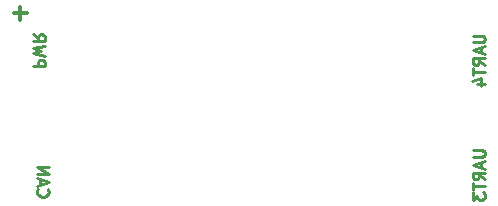
<source format=gbo>
G04 (created by PCBNEW (2013-mar-13)-testing) date Mon 17 Mar 2014 10:10:55 PM CET*
%MOIN*%
G04 Gerber Fmt 3.4, Leading zero omitted, Abs format*
%FSLAX34Y34*%
G01*
G70*
G90*
G04 APERTURE LIST*
%ADD10C,0.005906*%
%ADD11C,0.009843*%
%ADD12C,0.011811*%
G04 APERTURE END LIST*
G54D10*
G54D11*
X14900Y-13044D02*
X15294Y-13044D01*
X15294Y-12894D01*
X15275Y-12857D01*
X15256Y-12838D01*
X15219Y-12819D01*
X15163Y-12819D01*
X15125Y-12838D01*
X15106Y-12857D01*
X15088Y-12894D01*
X15088Y-13044D01*
X15294Y-12688D02*
X14900Y-12594D01*
X15181Y-12519D01*
X14900Y-12444D01*
X15294Y-12350D01*
X14900Y-11976D02*
X15088Y-12107D01*
X14900Y-12200D02*
X15294Y-12200D01*
X15294Y-12050D01*
X15275Y-12013D01*
X15256Y-11994D01*
X15219Y-11976D01*
X15163Y-11976D01*
X15125Y-11994D01*
X15106Y-12013D01*
X15088Y-12050D01*
X15088Y-12200D01*
X29567Y-12019D02*
X29886Y-12019D01*
X29924Y-12037D01*
X29942Y-12056D01*
X29961Y-12094D01*
X29961Y-12169D01*
X29942Y-12206D01*
X29924Y-12225D01*
X29886Y-12244D01*
X29567Y-12244D01*
X29849Y-12412D02*
X29849Y-12600D01*
X29961Y-12375D02*
X29567Y-12506D01*
X29961Y-12637D01*
X29961Y-12994D02*
X29774Y-12862D01*
X29961Y-12769D02*
X29567Y-12769D01*
X29567Y-12919D01*
X29586Y-12956D01*
X29605Y-12975D01*
X29642Y-12994D01*
X29699Y-12994D01*
X29736Y-12975D01*
X29755Y-12956D01*
X29774Y-12919D01*
X29774Y-12769D01*
X29567Y-13106D02*
X29567Y-13331D01*
X29961Y-13218D02*
X29567Y-13218D01*
X29699Y-13631D02*
X29961Y-13631D01*
X29549Y-13537D02*
X29830Y-13443D01*
X29830Y-13687D01*
X29567Y-15838D02*
X29886Y-15838D01*
X29924Y-15856D01*
X29942Y-15875D01*
X29961Y-15913D01*
X29961Y-15988D01*
X29942Y-16025D01*
X29924Y-16044D01*
X29886Y-16062D01*
X29567Y-16062D01*
X29849Y-16231D02*
X29849Y-16419D01*
X29961Y-16194D02*
X29567Y-16325D01*
X29961Y-16456D01*
X29961Y-16812D02*
X29774Y-16681D01*
X29961Y-16587D02*
X29567Y-16587D01*
X29567Y-16737D01*
X29586Y-16775D01*
X29605Y-16794D01*
X29642Y-16812D01*
X29699Y-16812D01*
X29736Y-16794D01*
X29755Y-16775D01*
X29774Y-16737D01*
X29774Y-16587D01*
X29567Y-16925D02*
X29567Y-17150D01*
X29961Y-17037D02*
X29567Y-17037D01*
X29567Y-17244D02*
X29567Y-17487D01*
X29717Y-17356D01*
X29717Y-17412D01*
X29736Y-17450D01*
X29755Y-17469D01*
X29792Y-17487D01*
X29886Y-17487D01*
X29924Y-17469D01*
X29942Y-17450D01*
X29961Y-17412D01*
X29961Y-17300D01*
X29942Y-17262D01*
X29924Y-17244D01*
X15075Y-17142D02*
X15057Y-17161D01*
X15038Y-17217D01*
X15038Y-17255D01*
X15057Y-17311D01*
X15094Y-17349D01*
X15132Y-17367D01*
X15207Y-17386D01*
X15263Y-17386D01*
X15338Y-17367D01*
X15375Y-17349D01*
X15413Y-17311D01*
X15432Y-17255D01*
X15432Y-17217D01*
X15413Y-17161D01*
X15394Y-17142D01*
X15150Y-16992D02*
X15150Y-16805D01*
X15038Y-17030D02*
X15432Y-16899D01*
X15038Y-16767D01*
X15038Y-16636D02*
X15432Y-16636D01*
X15038Y-16411D01*
X15432Y-16411D01*
G54D12*
X14713Y-11282D02*
X14263Y-11282D01*
X14488Y-11507D02*
X14488Y-11057D01*
M02*

</source>
